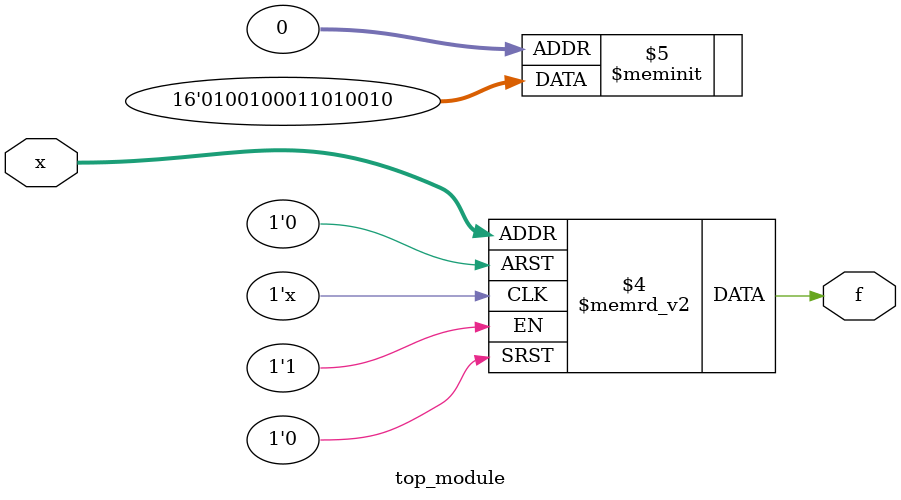
<source format=sv>
module top_module (
	input [4:1] x,
	output logic f
);

always_comb begin
	case (x)
		4'b0001: f = 1;
		4'b0010: f = 0;
		4'b0011: f = 0;
		4'b0100: f = 1;
		4'b0101: f = 0;
		4'b0110: f = 1;
		4'b0111: f = 1;
		4'b1000: f = 0;
		4'b1001: f = 0;
		4'b1011: f = 1;
		4'b1100: f = 0;
		4'b1101: f = 0;
		4'b1110: f = 1;
		4'b1111: f = 0;
		default: f = 0;
	endcase
end

endmodule

</source>
